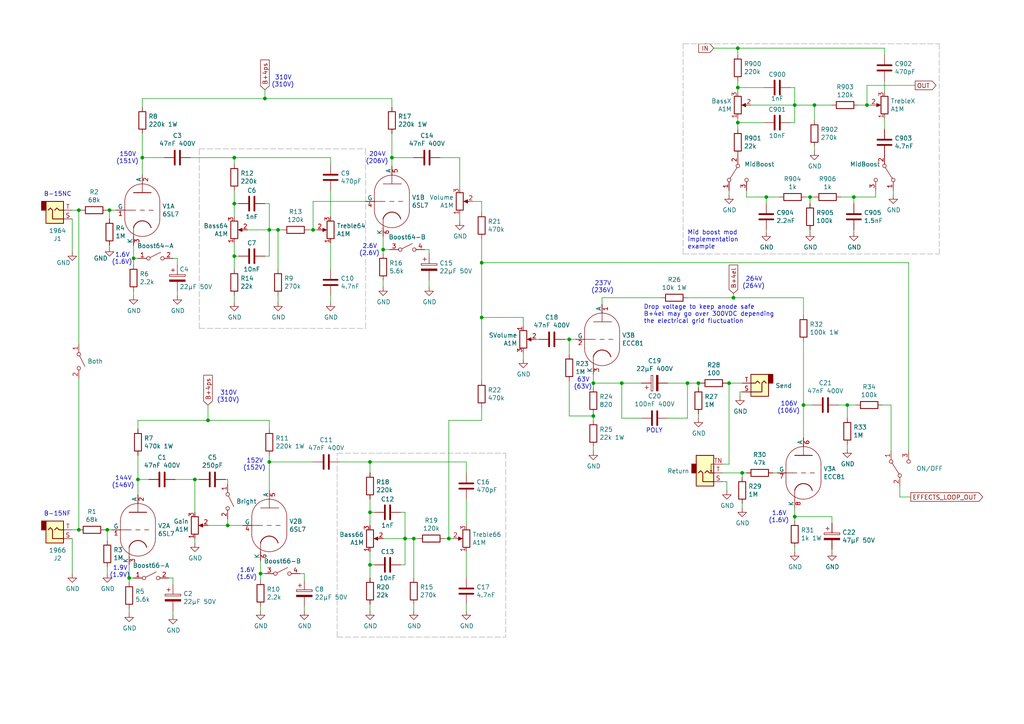
<source format=kicad_sch>
(kicad_sch (version 20211123) (generator eeschema)
  (paper "A4")
  (title_block (title "Ampeg Heritage B-15 Custom") (date "2021-10-23") (rev "2.2") (company "https://github.com/mdouchement/Ampeg-HB15") (comment 1 "All resistors are 1/2W unless otherwise specified") (comment 2 "(1964 bias setting voltages shown in parenthesis)") (comment 3 "D.C. voltage reading with no signal inserted at fixed bias 70%") (comment 4 "Ampeg Heritage B15 with custom mods"))
  (lib_symbols
    (symbol "Connector:AudioJack2"
      (property "Reference" "J" (at 0 8.89 0))
      (property "Value" "AudioJack2" (at 0 6.35 0))
      (symbol "AudioJack2_1_1"
        (pin passive line (at 5.08 2.54 180) (length 2.54) (name "~") (number "S"))
        (pin passive line (at 5.08 0 180) (length 2.54) (name "~") (number "T"))
      )
    )
    (symbol "Connector:AudioJack2_SwitchT"
      (property "Reference" "J" (at 0 8.89 0))
      (property "Value" "AudioJack2_SwitchT" (at 0 6.35 0))
      (symbol "AudioJack2_SwitchT_1_1"
        (pin passive line (at 5.08 2.54 180) (length 2.54) (name "~") (number "S"))
        (pin passive line (at 5.08 0 180) (length 2.54) (name "~") (number "T"))
        (pin passive line (at 5.08 -2.54 180) (length 2.54) (name "~") (number "TN"))
      )
    )
    (symbol "Device:C" (pin_numbers hide) (pin_names (offset 0.254))
      (property "Reference" "C" (at 0.635 2.54 0))
      (property "Value" "C" (at 0.635 -2.54 0))
      (symbol "C_1_1"
        (pin passive line (at 0 3.81 270) (length 2.794) (name "~") (number "1"))
        (pin passive line (at 0 -3.81 90) (length 2.794) (name "~") (number "2"))
      )
    )
    (symbol "Device:CP" (pin_numbers hide) (pin_names (offset 0.254))
      (property "Reference" "C" (at 0.635 2.54 0))
      (property "Value" "Device_CP" (at 0.635 -2.54 0))
      (symbol "CP_1_1"
        (pin passive line (at 0 3.81 270) (length 2.794) (name "~") (number "1"))
        (pin passive line (at 0 -3.81 90) (length 2.794) (name "~") (number "2"))
      )
    )
    (symbol "Device:R" (pin_numbers hide) (pin_names (offset 0))
      (property "Reference" "R" (at 2.032 0 90))
      (property "Value" "R" (at 0 0 90))
      (symbol "R_1_1"
        (pin passive line (at 0 3.81 270) (length 1.27) (name "~") (number "1"))
        (pin passive line (at 0 -3.81 90) (length 1.27) (name "~") (number "2"))
      )
    )
    (symbol "Device:R_POT" (pin_names (offset 1.016) hide)
      (property "Reference" "RV" (at -4.445 0 90))
      (property "Value" "Device_R_POT" (at -2.54 0 90))
      (symbol "R_POT_1_1"
        (pin passive line (at 0 3.81 270) (length 1.27) (name "1") (number "1"))
        (pin passive line (at 3.81 0 180) (length 1.27) (name "2") (number "2"))
        (pin passive line (at 0 -3.81 90) (length 1.27) (name "3") (number "3"))
      )
    )
    (symbol "Switch:SW_DPST_x2" (pin_names (offset 0) hide)
      (property "Reference" "SW" (at 0 3.175 0))
      (property "Value" "SW_DPST_x2" (at 0 -2.54 0))
      (symbol "SW_DPST_x2_1_1"
        (pin passive line (at -5.08 0 0) (length 2.54) (name "A") (number "1"))
        (pin passive line (at 5.08 0 180) (length 2.54) (name "B") (number "2"))
      )
      (symbol "SW_DPST_x2_2_1"
        (pin passive line (at -5.08 0 0) (length 2.54) (name "A") (number "3"))
        (pin passive line (at 5.08 0 180) (length 2.54) (name "B") (number "4"))
      )
    )
    (symbol "Switch:SW_SPDT" (pin_names (offset 0) hide)
      (property "Reference" "SW" (at 0 4.318 0))
      (property "Value" "SW_SPDT" (at 0 -5.08 0))
      (symbol "SW_SPDT_1_1"
        (pin passive line (at 5.08 2.54 180) (length 2.54) (name "A") (number "1"))
        (pin passive line (at -5.08 0 0) (length 2.54) (name "B") (number "2"))
        (pin passive line (at 5.08 -2.54 180) (length 2.54) (name "C") (number "3"))
      )
    )
    (symbol "Switch:SW_SPST" (pin_names (offset 0) hide)
      (property "Reference" "SW" (at 0 3.175 0))
      (property "Value" "SW_SPST" (at 0 -2.54 0))
      (symbol "SW_SPST_1_1"
        (pin passive line (at -5.08 0 0) (length 2.54) (name "A") (number "1"))
        (pin passive line (at 5.08 0 180) (length 2.54) (name "B") (number "2"))
      )
    )
    (symbol "Vacuum_Tube:6SL7" (pin_names (offset 0))
      (property "Reference" "U" (at 5.588 2.032 0))
      (property "Value" "Vacuum_Tube_6SL7" (at 6.35 -1.27 0))
      (symbol "6SL7_1_1"
        (pin input line (at -7.62 0 0) (length 2.54) (name "G") (number "1"))
        (pin output line (at 0 10.16 270) (length 2.54) (name "A") (number "2"))
        (pin bidirectional line (at -2.54 -10.16 90) (length 2.54) (name "K") (number "3"))
      )
      (symbol "6SL7_2_1"
        (pin input line (at -7.62 0 0) (length 2.54) (name "G") (number "4"))
        (pin output line (at 0 10.16 270) (length 2.54) (name "A") (number "5"))
        (pin bidirectional line (at -2.54 -10.16 90) (length 2.54) (name "K") (number "6"))
      )
      (symbol "6SL7_3_1"
        (pin power_in line (at -2.54 -5.08 90) (length 5.08) (name "F1") (number "7"))
        (pin power_in line (at 2.54 -5.08 90) (length 5.08) (name "F2") (number "8"))
      )
    )
    (symbol "Vacuum_Tube:ECC81" (pin_names (offset 0))
      (property "Reference" "U" (at 5.588 2.032 0))
      (property "Value" "Vacuum_Tube_ECC81" (at 6.35 -1.27 0))
      (symbol "ECC81_1_1"
        (pin output line (at 0 10.16 270) (length 2.54) (name "A") (number "6"))
        (pin input line (at -7.62 0 0) (length 2.54) (name "G") (number "7"))
        (pin bidirectional line (at -2.54 -10.16 90) (length 2.54) (name "K") (number "8"))
      )
      (symbol "ECC81_2_1"
        (pin output line (at 0 10.16 270) (length 2.54) (name "A") (number "1"))
        (pin input line (at -7.62 0 0) (length 2.54) (name "G") (number "2"))
        (pin bidirectional line (at -2.54 -10.16 90) (length 2.54) (name "K") (number "3"))
      )
      (symbol "ECC81_3_1"
        (pin power_in line (at -2.54 -5.08 90) (length 5.08) (name "F2") (number "4"))
        (pin power_in line (at 2.54 -5.08 90) (length 5.08) (name "FC") (number "9"))
      )
      (symbol "ECC81_4_1"
        (pin power_in line (at -2.54 -5.08 90) (length 5.08) (name "F1") (number "5"))
        (pin power_in line (at 2.54 -5.08 90) (length 5.08) (name "FC") (number "9"))
      )
    )
    (symbol "power:GND" (power) (pin_names (offset 0))
      (property "Value" "GND" (at 0 -3.81 0))
      (symbol "GND_1_1"
        (pin power_in line (at 0 0 270) (length 0) hide (name "GND") (number "1"))
      )
    )
  )
  (junction (at 120.015 156.21))
  (junction (at 113.665 45.72))
  (junction (at 66.04 152.4))
  (junction (at 165.1 98.425))
  (junction (at 245.745 117.475))
  (junction (at 67.945 74.295))
  (junction (at 80.645 66.675))
  (junction (at 199.39 111.125))
  (junction (at 31.75 60.96))
  (junction (at 67.945 59.055))
  (junction (at 139.7 76.2))
  (junction (at 37.465 167.64))
  (junction (at 230.505 149.86))
  (junction (at 22.86 60.96))
  (junction (at 76.835 28.575))
  (junction (at 213.995 13.97))
  (junction (at 40.005 139.065))
  (junction (at 117.475 156.21))
  (junction (at 251.46 30.48))
  (junction (at 130.175 156.21))
  (junction (at 230.505 30.48))
  (junction (at 107.315 133.985))
  (junction (at 213.995 35.56))
  (junction (at 211.455 111.125))
  (junction (at 212.725 86.36))
  (junction (at 75.565 166.37))
  (junction (at 213.995 25.4))
  (junction (at 22.86 153.67))
  (junction (at 38.735 74.93))
  (junction (at 107.315 163.83))
  (junction (at 90.805 66.675))
  (junction (at 247.65 57.15))
  (junction (at 222.25 57.15))
  (junction (at 172.085 120.65))
  (junction (at 172.085 111.125))
  (junction (at 56.515 139.065))
  (junction (at 202.565 111.125))
  (junction (at 67.945 45.72))
  (junction (at 139.7 92.075))
  (junction (at 41.275 45.72))
  (junction (at 78.105 66.675))
  (junction (at 111.125 72.39))
  (junction (at 233.045 117.475))
  (junction (at 78.105 133.985))
  (junction (at 180.34 111.125))
  (junction (at 234.95 57.15))
  (junction (at 215.265 137.16))
  (junction (at 60.325 121.92))
  (junction (at 236.22 30.48))
  (junction (at 107.315 148.59))
  (junction (at 31.115 153.67))
  (wire (pts (xy 230.505 160.02) (xy 230.505 158.75)))
  (wire (pts (xy 117.475 148.59) (xy 117.475 156.21)))
  (wire (pts (xy 37.465 168.91) (xy 37.465 167.64)))
  (wire (pts (xy 38.735 76.835) (xy 38.735 74.93)))
  (wire (pts (xy 233.045 117.475) (xy 233.045 127)))
  (wire (pts (xy 135.255 133.985) (xy 107.315 133.985)))
  (wire (pts (xy 41.275 45.72) (xy 41.275 50.8)))
  (wire (pts (xy 78.105 74.295) (xy 78.105 66.675)))
  (wire (pts (xy 22.86 60.96) (xy 23.495 60.96)))
  (wire (pts (xy 55.245 45.72) (xy 67.945 45.72)))
  (wire (pts (xy 50.165 177.165) (xy 50.165 178.435)))
  (wire (pts (xy 123.19 72.39) (xy 124.46 72.39)))
  (wire (pts (xy 233.045 99.06) (xy 233.045 117.475)))
  (wire (pts (xy 216.535 55.245) (xy 216.535 57.15)))
  (wire (pts (xy 95.885 85.725) (xy 95.885 87.63)))
  (wire (pts (xy 78.105 66.675) (xy 80.645 66.675)))
  (wire (pts (xy 90.805 133.985) (xy 78.105 133.985)))
  (wire (pts (xy 165.1 98.425) (xy 167.005 98.425)))
  (wire (pts (xy 139.7 76.2) (xy 139.7 92.075)))
  (wire (pts (xy 66.04 139.065) (xy 66.04 140.335)))
  (wire (pts (xy 258.445 117.475) (xy 258.445 130.81)))
  (wire (pts (xy 66.04 150.495) (xy 66.04 152.4)))
  (wire (pts (xy 233.045 86.36) (xy 233.045 91.44)))
  (wire (pts (xy 139.7 92.075) (xy 139.7 110.49)))
  (wire (pts (xy 60.325 117.475) (xy 60.325 121.92)))
  (wire (pts (xy 172.085 111.125) (xy 172.085 112.395)))
  (wire (pts (xy 89.535 66.675) (xy 90.805 66.675)))
  (wire (pts (xy 202.565 120.015) (xy 202.565 121.285)))
  (wire (pts (xy 214.63 113.665) (xy 215.265 113.665)))
  (wire (pts (xy 67.945 85.725) (xy 67.945 87.63)))
  (wire (pts (xy 95.885 55.245) (xy 95.885 62.865)))
  (polyline (pts (xy 97.79 131.445) (xy 146.685 131.445)) (stroke (width 0) (color 170 170 170 1)))
  (polyline (pts (xy 198.12 73.66) (xy 272.415 73.66)) (stroke (width 0) (color 170 170 170 1)))
  (wire (pts (xy 107.315 144.78) (xy 107.315 148.59)))
  (wire (pts (xy 221.615 25.4) (xy 213.995 25.4)))
  (wire (pts (xy 213.995 35.56) (xy 221.615 35.56)))
  (wire (pts (xy 95.885 70.485) (xy 95.885 78.105)))
  (wire (pts (xy 78.105 132.08) (xy 78.105 133.985)))
  (wire (pts (xy 60.325 152.4) (xy 66.04 152.4)))
  (wire (pts (xy 199.39 86.36) (xy 212.725 86.36)))
  (wire (pts (xy 31.75 60.96) (xy 31.75 63.5)))
  (wire (pts (xy 210.82 111.125) (xy 211.455 111.125)))
  (wire (pts (xy 31.75 71.12) (xy 31.75 71.755)))
  (wire (pts (xy 60.325 121.92) (xy 78.105 121.92)))
  (wire (pts (xy 111.125 68.58) (xy 111.125 72.39)))
  (wire (pts (xy 245.745 117.475) (xy 248.285 117.475)))
  (wire (pts (xy 165.1 120.65) (xy 165.1 110.49)))
  (wire (pts (xy 108.585 148.59) (xy 107.315 148.59)))
  (wire (pts (xy 210.82 139.7) (xy 210.82 142.24)))
  (wire (pts (xy 222.25 66.675) (xy 222.25 67.31)))
  (wire (pts (xy 213.995 23.495) (xy 213.995 25.4)))
  (wire (pts (xy 76.835 26.035) (xy 76.835 28.575)))
  (wire (pts (xy 67.945 59.055) (xy 67.945 62.865)))
  (wire (pts (xy 245.745 128.905) (xy 245.745 130.175)))
  (wire (pts (xy 67.945 45.72) (xy 67.945 47.625)))
  (wire (pts (xy 216.535 57.15) (xy 222.25 57.15)))
  (wire (pts (xy 212.725 85.09) (xy 212.725 86.36)))
  (wire (pts (xy 37.465 163.83) (xy 37.465 167.64)))
  (wire (pts (xy 67.945 55.245) (xy 67.945 59.055)))
  (wire (pts (xy 135.255 144.78) (xy 135.255 152.4)))
  (wire (pts (xy 113.665 45.72) (xy 113.665 48.26)))
  (wire (pts (xy 98.425 133.985) (xy 107.315 133.985)))
  (wire (pts (xy 31.115 164.465) (xy 31.115 166.37)))
  (wire (pts (xy 130.175 156.21) (xy 131.445 156.21)))
  (polyline (pts (xy 198.12 73.66) (xy 198.12 12.7)) (stroke (width 0) (color 170 170 170 1)))
  (wire (pts (xy 241.3 149.86) (xy 241.3 151.765)))
  (wire (pts (xy 65.405 139.065) (xy 66.04 139.065)))
  (wire (pts (xy 66.04 152.4) (xy 70.485 152.4)))
  (wire (pts (xy 256.54 23.495) (xy 256.54 26.67)))
  (wire (pts (xy 80.645 66.675) (xy 80.645 78.105)))
  (wire (pts (xy 78.105 59.055) (xy 78.105 66.675)))
  (wire (pts (xy 75.565 166.37) (xy 75.565 168.275)))
  (wire (pts (xy 56.515 139.065) (xy 56.515 148.59)))
  (wire (pts (xy 69.215 59.055) (xy 67.945 59.055)))
  (wire (pts (xy 90.805 66.675) (xy 92.075 66.675)))
  (wire (pts (xy 37.465 177.8) (xy 37.465 176.53)))
  (polyline (pts (xy 272.415 12.7) (xy 272.415 73.66)) (stroke (width 0) (color 170 170 170 1)))
  (wire (pts (xy 230.505 149.86) (xy 230.505 147.32)))
  (wire (pts (xy 117.475 156.21) (xy 111.125 156.21)))
  (wire (pts (xy 165.1 102.87) (xy 165.1 98.425)))
  (wire (pts (xy 78.105 133.985) (xy 78.105 142.24)))
  (wire (pts (xy 22.86 60.96) (xy 22.86 99.695)))
  (wire (pts (xy 67.945 70.485) (xy 67.945 74.295)))
  (wire (pts (xy 233.045 86.36) (xy 212.725 86.36)))
  (wire (pts (xy 90.805 58.42) (xy 90.805 66.675)))
  (wire (pts (xy 20.955 153.67) (xy 22.86 153.67)))
  (wire (pts (xy 215.265 137.16) (xy 216.535 137.16)))
  (wire (pts (xy 135.255 160.02) (xy 135.255 167.64)))
  (wire (pts (xy 139.7 69.215) (xy 139.7 76.2)))
  (wire (pts (xy 199.39 111.125) (xy 202.565 111.125)))
  (wire (pts (xy 215.265 137.16) (xy 215.265 138.43)))
  (wire (pts (xy 213.995 34.29) (xy 213.995 35.56)))
  (wire (pts (xy 193.675 121.285) (xy 199.39 121.285)))
  (wire (pts (xy 80.645 66.675) (xy 81.915 66.675)))
  (wire (pts (xy 78.105 124.46) (xy 78.105 121.92)))
  (wire (pts (xy 213.995 13.97) (xy 213.995 15.875)))
  (wire (pts (xy 199.39 121.285) (xy 199.39 111.125)))
  (wire (pts (xy 245.745 121.285) (xy 245.745 117.475)))
  (polyline (pts (xy 146.685 131.445) (xy 146.685 184.785)) (stroke (width 0) (color 170 170 170 1)))
  (wire (pts (xy 155.575 98.425) (xy 156.21 98.425)))
  (wire (pts (xy 233.68 57.15) (xy 234.95 57.15)))
  (wire (pts (xy 202.565 111.125) (xy 202.565 112.395)))
  (wire (pts (xy 211.455 56.515) (xy 211.455 55.245)))
  (polyline (pts (xy 97.79 184.785) (xy 97.79 131.445)) (stroke (width 0) (color 170 170 170 1)))
  (wire (pts (xy 151.765 104.14) (xy 151.765 102.235)))
  (wire (pts (xy 172.085 108.585) (xy 172.085 111.125)))
  (wire (pts (xy 213.995 35.56) (xy 213.995 37.465)))
  (wire (pts (xy 40.005 139.065) (xy 40.005 143.51)))
  (wire (pts (xy 203.2 111.125) (xy 202.565 111.125)))
  (wire (pts (xy 31.115 153.67) (xy 32.385 153.67)))
  (wire (pts (xy 260.985 140.97) (xy 260.985 144.145)))
  (wire (pts (xy 86.995 166.37) (xy 88.265 166.37)))
  (wire (pts (xy 111.125 72.39) (xy 113.03 72.39)))
  (wire (pts (xy 139.7 121.92) (xy 130.175 121.92)))
  (wire (pts (xy 75.565 177.165) (xy 75.565 175.895)))
  (wire (pts (xy 243.84 57.15) (xy 247.65 57.15)))
  (wire (pts (xy 234.95 57.15) (xy 234.95 59.055)))
  (wire (pts (xy 127.635 45.72) (xy 133.35 45.72)))
  (polyline (pts (xy 57.785 95.25) (xy 106.045 95.25)) (stroke (width 0) (color 170 170 170 1)))
  (wire (pts (xy 211.455 134.62) (xy 209.55 134.62)))
  (wire (pts (xy 230.505 30.48) (xy 236.22 30.48)))
  (wire (pts (xy 48.895 167.64) (xy 50.165 167.64)))
  (wire (pts (xy 111.125 72.39) (xy 111.125 73.66)))
  (wire (pts (xy 222.25 57.15) (xy 226.06 57.15)))
  (wire (pts (xy 207.01 13.97) (xy 213.995 13.97)))
  (wire (pts (xy 256.54 34.29) (xy 256.54 37.465)))
  (wire (pts (xy 107.315 160.02) (xy 107.315 163.83)))
  (wire (pts (xy 56.515 139.065) (xy 57.785 139.065)))
  (wire (pts (xy 107.315 175.26) (xy 107.315 177.165)))
  (wire (pts (xy 50.165 74.93) (xy 51.435 74.93)))
  (wire (pts (xy 251.46 24.765) (xy 251.46 30.48)))
  (polyline (pts (xy 97.79 184.785) (xy 146.685 184.785)) (stroke (width 0) (color 170 170 170 1)))
  (wire (pts (xy 76.835 59.055) (xy 78.105 59.055)))
  (wire (pts (xy 180.34 121.285) (xy 180.34 111.125)))
  (wire (pts (xy 47.625 45.72) (xy 41.275 45.72)))
  (wire (pts (xy 38.735 167.64) (xy 37.465 167.64)))
  (wire (pts (xy 230.505 35.56) (xy 230.505 30.48)))
  (wire (pts (xy 230.505 151.13) (xy 230.505 149.86)))
  (wire (pts (xy 255.905 117.475) (xy 258.445 117.475)))
  (wire (pts (xy 51.435 74.93) (xy 51.435 76.835)))
  (wire (pts (xy 67.945 74.295) (xy 69.215 74.295)))
  (wire (pts (xy 251.46 30.48) (xy 252.73 30.48)))
  (wire (pts (xy 88.265 175.895) (xy 88.265 177.165)))
  (wire (pts (xy 117.475 163.83) (xy 117.475 156.21)))
  (wire (pts (xy 95.885 47.625) (xy 95.885 45.72)))
  (wire (pts (xy 95.885 45.72) (xy 67.945 45.72)))
  (wire (pts (xy 260.985 144.145) (xy 264.16 144.145)))
  (wire (pts (xy 193.675 111.125) (xy 199.39 111.125)))
  (wire (pts (xy 186.055 121.285) (xy 180.34 121.285)))
  (wire (pts (xy 180.34 111.125) (xy 172.085 111.125)))
  (wire (pts (xy 51.435 84.455) (xy 51.435 85.725)))
  (wire (pts (xy 172.085 120.015) (xy 172.085 120.65)))
  (wire (pts (xy 56.515 156.21) (xy 56.515 157.48)))
  (wire (pts (xy 31.115 156.845) (xy 31.115 153.67)))
  (wire (pts (xy 174.625 86.36) (xy 174.625 88.265)))
  (wire (pts (xy 259.08 55.245) (xy 259.08 56.515)))
  (wire (pts (xy 107.315 163.83) (xy 107.315 167.64)))
  (wire (pts (xy 117.475 156.21) (xy 120.015 156.21)))
  (wire (pts (xy 229.235 25.4) (xy 230.505 25.4)))
  (wire (pts (xy 139.7 92.075) (xy 151.765 92.075)))
  (wire (pts (xy 235.585 117.475) (xy 233.045 117.475)))
  (wire (pts (xy 50.8 139.065) (xy 56.515 139.065)))
  (wire (pts (xy 236.22 42.545) (xy 236.22 43.815)))
  (wire (pts (xy 211.455 111.125) (xy 211.455 134.62)))
  (wire (pts (xy 116.205 163.83) (xy 117.475 163.83)))
  (wire (pts (xy 245.745 117.475) (xy 243.205 117.475)))
  (wire (pts (xy 50.165 167.64) (xy 50.165 169.545)))
  (wire (pts (xy 38.735 85.725) (xy 38.735 84.455)))
  (wire (pts (xy 40.005 121.92) (xy 60.325 121.92)))
  (wire (pts (xy 229.235 35.56) (xy 230.505 35.56)))
  (wire (pts (xy 135.255 137.16) (xy 135.255 133.985)))
  (wire (pts (xy 213.995 13.97) (xy 256.54 13.97)))
  (wire (pts (xy 247.65 57.15) (xy 254 57.15)))
  (wire (pts (xy 78.105 66.675) (xy 71.755 66.675)))
  (wire (pts (xy 20.955 63.5) (xy 20.955 73.025)))
  (wire (pts (xy 263.525 76.2) (xy 139.7 76.2)))
  (wire (pts (xy 211.455 111.125) (xy 215.265 111.125)))
  (wire (pts (xy 191.77 86.36) (xy 174.625 86.36)))
  (wire (pts (xy 43.18 139.065) (xy 40.005 139.065)))
  (wire (pts (xy 107.315 148.59) (xy 107.315 152.4)))
  (wire (pts (xy 230.505 149.86) (xy 241.3 149.86)))
  (wire (pts (xy 234.95 66.675) (xy 234.95 67.31)))
  (wire (pts (xy 241.3 159.385) (xy 241.3 160.02)))
  (wire (pts (xy 214.63 114.935) (xy 214.63 113.665)))
  (wire (pts (xy 209.55 137.16) (xy 215.265 137.16)))
  (wire (pts (xy 263.525 130.81) (xy 263.525 76.2)))
  (polyline (pts (xy 57.785 43.18) (xy 106.045 43.18)) (stroke (width 0) (color 170 170 170 1)))
  (wire (pts (xy 75.565 162.56) (xy 75.565 166.37)))
  (wire (pts (xy 113.665 38.735) (xy 113.665 45.72)))
  (wire (pts (xy 186.055 111.125) (xy 180.34 111.125)))
  (wire (pts (xy 133.35 45.72) (xy 133.35 54.61)))
  (wire (pts (xy 172.085 129.54) (xy 172.085 130.81)))
  (wire (pts (xy 20.955 156.21) (xy 20.955 166.37)))
  (wire (pts (xy 124.46 81.28) (xy 124.46 83.185)))
  (wire (pts (xy 120.015 156.21) (xy 120.015 167.64)))
  (wire (pts (xy 120.015 45.72) (xy 113.665 45.72)))
  (wire (pts (xy 151.765 94.615) (xy 151.765 92.075)))
  (polyline (pts (xy 57.785 95.25) (xy 57.785 43.18)) (stroke (width 0) (color 170 170 170 1)))
  (wire (pts (xy 41.275 28.575) (xy 76.835 28.575)))
  (wire (pts (xy 247.65 57.15) (xy 247.65 59.055)))
  (wire (pts (xy 120.015 156.21) (xy 121.285 156.21)))
  (wire (pts (xy 88.265 166.37) (xy 88.265 168.275)))
  (wire (pts (xy 213.995 25.4) (xy 213.995 26.67)))
  (wire (pts (xy 163.83 98.425) (xy 165.1 98.425)))
  (wire (pts (xy 251.46 24.765) (xy 265.43 24.765)))
  (wire (pts (xy 41.275 31.115) (xy 41.275 28.575)))
  (wire (pts (xy 139.7 118.11) (xy 139.7 121.92)))
  (wire (pts (xy 40.005 132.08) (xy 40.005 139.065)))
  (wire (pts (xy 256.54 15.875) (xy 256.54 13.97)))
  (wire (pts (xy 31.115 60.96) (xy 31.75 60.96)))
  (wire (pts (xy 106.045 58.42) (xy 90.805 58.42)))
  (wire (pts (xy 217.805 30.48) (xy 230.505 30.48)))
  (wire (pts (xy 172.085 120.65) (xy 172.085 121.92)))
  (wire (pts (xy 80.645 85.725) (xy 80.645 87.63)))
  (wire (pts (xy 230.505 25.4) (xy 230.505 30.48)))
  (wire (pts (xy 254 57.15) (xy 254 55.245)))
  (wire (pts (xy 215.265 146.05) (xy 215.265 147.32)))
  (wire (pts (xy 76.835 166.37) (xy 75.565 166.37)))
  (wire (pts (xy 41.275 38.735) (xy 41.275 45.72)))
  (wire (pts (xy 236.22 30.48) (xy 241.3 30.48)))
  (wire (pts (xy 120.015 175.26) (xy 120.015 177.165)))
  (wire (pts (xy 38.735 71.12) (xy 38.735 74.93)))
  (polyline (pts (xy 106.045 43.18) (xy 106.045 95.25)) (stroke (width 0) (color 170 170 170 1)))
  (wire (pts (xy 247.65 66.675) (xy 247.65 67.31)))
  (wire (pts (xy 128.905 156.21) (xy 130.175 156.21)))
  (wire (pts (xy 40.005 124.46) (xy 40.005 121.92)))
  (wire (pts (xy 139.7 58.42) (xy 137.16 58.42)))
  (wire (pts (xy 30.48 153.67) (xy 31.115 153.67)))
  (wire (pts (xy 222.25 57.15) (xy 222.25 59.055)))
  (wire (pts (xy 172.085 120.65) (xy 165.1 120.65)))
  (wire (pts (xy 76.835 28.575) (xy 113.665 28.575)))
  (wire (pts (xy 234.95 57.15) (xy 236.22 57.15)))
  (wire (pts (xy 22.86 109.855) (xy 22.86 153.67)))
  (wire (pts (xy 130.175 121.92) (xy 130.175 156.21)))
  (wire (pts (xy 111.125 83.185) (xy 111.125 81.28)))
  (wire (pts (xy 135.255 175.26) (xy 135.255 177.165)))
  (wire (pts (xy 67.945 74.295) (xy 67.945 78.105)))
  (wire (pts (xy 76.835 74.295) (xy 78.105 74.295)))
  (wire (pts (xy 33.655 60.96) (xy 31.75 60.96)))
  (wire (pts (xy 124.46 72.39) (xy 124.46 73.66)))
  (wire (pts (xy 236.22 30.48) (xy 236.22 34.925)))
  (wire (pts (xy 248.92 30.48) (xy 251.46 30.48)))
  (wire (pts (xy 139.7 61.595) (xy 139.7 58.42)))
  (polyline (pts (xy 198.12 12.7) (xy 272.415 12.7)) (stroke (width 0) (color 170 170 170 1)))
  (wire (pts (xy 38.735 74.93) (xy 40.005 74.93)))
  (wire (pts (xy 209.55 139.7) (xy 210.82 139.7)))
  (wire (pts (xy 107.315 133.985) (xy 107.315 137.16)))
  (wire (pts (xy 113.665 28.575) (xy 113.665 31.115)))
  (wire (pts (xy 20.955 60.96) (xy 22.86 60.96)))
  (wire (pts (xy 133.35 62.23) (xy 133.35 64.135)))
  (wire (pts (xy 116.205 148.59) (xy 117.475 148.59)))
  (wire (pts (xy 107.315 163.83) (xy 108.585 163.83)))
  (wire (pts (xy 224.155 137.16) (xy 225.425 137.16)))
  (text " 144V\n(146V)" (at 32.385 141.605 0) (effects (font (size 1.27 1.27)) (justify left bottom)))
  (text " 106V\n(106V)" (at 225.425 120.015 0) (effects (font (size 1.27 1.27)) (justify left bottom)))
  (text " 237V\n(236V)" (at 171.45 85.09 0) (effects (font (size 1.27 1.27)) (justify left bottom)))
  (text " 63V\n(63V)" (at 166.37 113.03 0) (effects (font (size 1.27 1.27)) (justify left bottom)))
  (text "Drop voltage to keep anode safe\nB+4el may go over 300VDC depending\nthe electrical grid fluctuation" (at 186.69 93.98 0) (effects (font (size 1.27 1.27)) (justify left bottom)))
  (text " 204V\n(206V)" (at 106.045 47.625 0) (effects (font (size 1.27 1.27)) (justify left bottom)))
  (text "B-15NF" (at 12.7 149.86 0) (effects (font (size 1.27 1.27)) (justify left bottom)))
  (text " 310V\n(310V)" (at 78.74 25.4 0) (effects (font (size 1.27 1.27)) (justify left bottom)))
  (text " 264V\n(264V)" (at 215.265 83.82 0) (effects (font (size 1.27 1.27)) (justify left bottom)))
  (text " 1.6V\n(1.6V)" (at 68.58 168.275 0) (effects (font (size 1.27 1.27)) (justify left bottom)))
  (text " 1.6V\n(1.6V)" (at 222.885 151.765 0) (effects (font (size 1.27 1.27)) (justify left bottom)))
  (text " 152V\n(152V)" (at 70.485 136.525 0) (effects (font (size 1.27 1.27)) (justify left bottom)))
  (text " 1.6V\n(1.6V)" (at 32.385 76.835 0) (effects (font (size 1.27 1.27)) (justify left bottom)))
  (text " 2.6V\n(2.6V)" (at 104.14 74.295 0) (effects (font (size 1.27 1.27)) (justify left bottom)))
  (text "POLY" (at 187.325 125.73 0) (effects (font (size 1.27 1.27)) (justify left bottom)))
  (text " 310V\n(310V)" (at 62.865 116.84 0) (effects (font (size 1.27 1.27)) (justify left bottom)))
  (text " 1.9V\n(1.9V)" (at 31.75 167.64 0) (effects (font (size 1.27 1.27)) (justify left bottom)))
  (text "Mid boost mod\nimplementation\nexample" (at 199.39 72.39 0) (effects (font (size 1.27 1.27)) (justify left bottom)))
  (text " 150V\n(151V)" (at 33.655 47.625 0) (effects (font (size 1.27 1.27)) (justify left bottom)))
  (text "B-15NC" (at 12.7 57.15 0) (effects (font (size 1.27 1.27)) (justify left bottom)))
  (global_label "IN" (shape input) (at 207.01 13.97 180) (property "Intersheet References" "${INTERSHEET_REFS}" (effects hide)))
  (global_label "OUT" (shape output) (at 265.43 24.765 0) (property "Intersheet References" "${INTERSHEET_REFS}" (effects hide)))
  (global_label "EFFECTS_LOOP_OUT" (shape output) (at 264.16 144.145 0) (property "Intersheet References" "${INTERSHEET_REFS}" (effects hide)))
  (global_label "B+4ps" (shape input) (at 76.835 26.035 90) (property "Intersheet References" "${INTERSHEET_REFS}" (effects hide)))
  (global_label "B+4ps" (shape input) (at 60.325 117.475 90) (property "Intersheet References" "${INTERSHEET_REFS}" (effects hide)))
  (global_label "B+4el" (shape input) (at 212.725 85.09 90) (property "Intersheet References" "${INTERSHEET_REFS}" (effects hide)))
  (symbol (lib_id "Connector:AudioJack2") (at 15.875 60.96 0) (mirror x) (unit 1)
    (property "Reference" "J1" (at 16.6878 69.215 0))
    (property "Value" "1964" (at 16.6878 66.9036 0))
    (property "Footprint" "Connector_Audio:Jack_6.35mm_Neutrik_NMJ4HCD2_Horizontal" (effects hide))
    (property "Links" "https://www.tube-town.net/ttstore/cliff-6-3-mono-switched-jack.html" (effects hide))
  )
  (symbol (lib_id "power:GND") (at 20.955 73.025 0) (unit 1)
    (property "Reference" "#PWR01" (effects hide))
    (property "Value" "GND" (at 18.415 76.2 0))
  )
  (symbol (lib_id "Device:R") (at 41.275 34.925 180) (unit 1)
    (property "Reference" "R8" (at 43.053 33.7566 0) (effects (justify right)))
    (property "Value" "220k 1W" (at 43.053 36.068 0) (effects (justify right)))
  )
  (symbol (lib_id "Device:C") (at 51.435 45.72 270) (unit 1)
    (property "Reference" "C3" (at 51.435 39.3192 90))
    (property "Value" "47nF 400V" (at 51.435 41.6306 90))
  )
  (symbol (lib_id "Device:R") (at 38.735 80.645 180) (unit 1)
    (property "Reference" "R6" (at 40.513 79.4766 0) (effects (justify right)))
    (property "Value" "2.2k" (at 40.513 81.788 0) (effects (justify right)))
  )
  (symbol (lib_id "power:GND") (at 38.735 85.725 0) (unit 1)
    (property "Reference" "#PWR06" (effects hide))
    (property "Value" "GND" (at 38.862 90.1192 0))
  )
  (symbol (lib_id "Vacuum_Tube:6SL7") (at 41.275 60.96 0) (unit 1)
    (property "Reference" "V1" (at 47.0662 59.7916 0) (effects (justify left)))
    (property "Value" "6SL7" (at 47.0662 62.103 0) (effects (justify left)))
    (property "Footprint" "Valve:Valve_Octal" (effects hide))
    (property "Datasheet" "https://www.jj-electronic.com/en/6sl7" (effects hide))
  )
  (symbol (lib_id "Vacuum_Tube:6SL7") (at 113.665 58.42 0) (unit 2)
    (property "Reference" "V1" (at 119.4562 57.2516 0) (effects (justify left)))
    (property "Value" "6SL7" (at 119.4562 59.563 0) (effects (justify left)))
    (property "Footprint" "Valve:Valve_Octal" (effects hide))
    (property "Datasheet" "https://www.jj-electronic.com/en/6sl7" (effects hide))
  )
  (symbol (lib_id "Vacuum_Tube:6SL7") (at 40.005 153.67 0) (unit 1)
    (property "Reference" "V2" (at 45.7962 152.5016 0) (effects (justify left)))
    (property "Value" "6SL7" (at 45.7962 154.813 0) (effects (justify left)))
    (property "Footprint" "Valve:Valve_Octal" (effects hide))
    (property "Datasheet" "https://www.jj-electronic.com/en/6sl7" (effects hide))
  )
  (symbol (lib_id "Vacuum_Tube:6SL7") (at 78.105 152.4 0) (unit 2)
    (property "Reference" "V2" (at 83.8962 151.2316 0) (effects (justify left)))
    (property "Value" "6SL7" (at 83.8962 153.543 0) (effects (justify left)))
    (property "Footprint" "Valve:Valve_Octal" (effects hide))
    (property "Datasheet" "https://www.jj-electronic.com/en/6sl7" (effects hide))
  )
  (symbol (lib_id "Device:R") (at 27.305 60.96 270) (unit 1)
    (property "Reference" "R2" (at 27.305 55.7022 90))
    (property "Value" "68k" (at 27.305 58.0136 90))
  )
  (symbol (lib_id "Device:R") (at 31.75 67.31 180) (unit 1)
    (property "Reference" "R4" (at 33.528 66.1416 0) (effects (justify right)))
    (property "Value" "1M" (at 33.528 68.453 0) (effects (justify right)))
  )
  (symbol (lib_id "power:GND") (at 31.75 71.755 0) (unit 1)
    (property "Reference" "#PWR04" (effects hide))
    (property "Value" "GND" (at 29.21 74.93 0))
  )
  (symbol (lib_id "Device:R") (at 111.125 77.47 180) (unit 1)
    (property "Reference" "R16" (at 112.903 76.3016 0) (effects (justify right)))
    (property "Value" "5.6k" (at 112.903 78.613 0) (effects (justify right)))
  )
  (symbol (lib_id "power:GND") (at 111.125 83.185 0) (unit 1)
    (property "Reference" "#PWR015" (effects hide))
    (property "Value" "GND" (at 111.252 87.5792 0))
  )
  (symbol (lib_id "Device:R") (at 113.665 34.925 180) (unit 1)
    (property "Reference" "R17" (at 115.443 33.7566 0) (effects (justify right)))
    (property "Value" "220k 1W" (at 115.443 36.068 0) (effects (justify right)))
  )
  (symbol (lib_id "Device:C") (at 123.825 45.72 270) (unit 1)
    (property "Reference" "C14" (at 123.825 39.3192 90))
    (property "Value" "47nF 400V" (at 123.825 41.6306 90))
  )
  (symbol (lib_id "Device:R_POT") (at 133.35 58.42 0) (mirror x) (unit 1)
    (property "Reference" "Volume" (at 131.5974 57.2516 0) (effects (justify right)))
    (property "Value" "A1M" (at 131.5974 59.563 0) (effects (justify right)))
  )
  (symbol (lib_id "power:GND") (at 133.35 64.135 0) (unit 1)
    (property "Reference" "#PWR018" (effects hide))
    (property "Value" "GND" (at 133.477 68.5292 0))
  )
  (symbol (lib_id "Switch:SW_SPST") (at 66.04 145.415 270) (unit 1)
    (property "Reference" "Bright" (at 68.5292 145.415 90) (effects (justify left)))
    (property "Value" "SW_SPST" (effects hide))
  )
  (symbol (lib_id "Connector:AudioJack2") (at 15.875 153.67 0) (mirror x) (unit 1)
    (property "Reference" "J2" (at 16.6878 161.925 0))
    (property "Value" "1966" (at 16.6878 159.6136 0))
    (property "Footprint" "Connector_Audio:Jack_6.35mm_Neutrik_NMJ4HCD2_Horizontal" (effects hide))
    (property "Links" "https://www.tube-town.net/ttstore/cliff-6-3-mono-switched-jack.html" (effects hide))
  )
  (symbol (lib_id "power:GND") (at 20.955 166.37 0) (unit 1)
    (property "Reference" "#PWR02" (effects hide))
    (property "Value" "GND" (at 21.082 170.7642 0))
  )
  (symbol (lib_id "Device:R") (at 26.67 153.67 270) (unit 1)
    (property "Reference" "R1" (at 26.67 148.4122 90))
    (property "Value" "68k" (at 26.67 150.7236 90))
  )
  (symbol (lib_id "Device:R") (at 31.115 160.655 180) (unit 1)
    (property "Reference" "R3" (at 32.893 159.4866 0) (effects (justify right)))
    (property "Value" "1M" (at 32.893 161.798 0) (effects (justify right)))
  )
  (symbol (lib_id "power:GND") (at 31.115 166.37 0) (unit 1)
    (property "Reference" "#PWR03" (effects hide))
    (property "Value" "GND" (at 31.242 170.7642 0))
  )
  (symbol (lib_id "Device:R") (at 40.005 128.27 180) (unit 1)
    (property "Reference" "R7" (at 41.783 127.1016 0) (effects (justify right)))
    (property "Value" "470k 1W" (at 41.783 129.413 0) (effects (justify right)))
  )
  (symbol (lib_id "Device:R") (at 37.465 172.72 180) (unit 1)
    (property "Reference" "R5" (at 39.243 171.5516 0) (effects (justify right)))
    (property "Value" "5.6k" (at 39.243 173.863 0) (effects (justify right)))
  )
  (symbol (lib_id "power:GND") (at 37.465 177.8 0) (unit 1)
    (property "Reference" "#PWR05" (effects hide))
    (property "Value" "GND" (at 37.592 182.1942 0))
  )
  (symbol (lib_id "Device:C") (at 46.99 139.065 270) (unit 1)
    (property "Reference" "C1" (at 46.99 132.6642 90))
    (property "Value" "47nF 400V" (at 46.99 134.9756 90))
  )
  (symbol (lib_id "Device:R_POT") (at 56.515 152.4 0) (mirror x) (unit 1)
    (property "Reference" "Gain" (at 54.737 151.2316 0) (effects (justify right)))
    (property "Value" "A1M" (at 54.737 153.543 0) (effects (justify right)))
  )
  (symbol (lib_id "power:GND") (at 56.515 157.48 0) (unit 1)
    (property "Reference" "#PWR09" (effects hide))
    (property "Value" "GND" (at 56.642 161.8742 0))
  )
  (symbol (lib_id "Device:R") (at 75.565 172.085 180) (unit 1)
    (property "Reference" "R10" (at 77.343 170.9166 0) (effects (justify right)))
    (property "Value" "2.2k" (at 77.343 173.228 0) (effects (justify right)))
  )
  (symbol (lib_id "power:GND") (at 75.565 177.165 0) (unit 1)
    (property "Reference" "#PWR011" (effects hide))
    (property "Value" "GND" (at 75.692 181.5592 0))
  )
  (symbol (lib_id "Device:R") (at 78.105 128.27 180) (unit 1)
    (property "Reference" "R11" (at 79.883 127.1016 0) (effects (justify right)))
    (property "Value" "220k 1W" (at 79.883 129.413 0) (effects (justify right)))
  )
  (symbol (lib_id "Device:C") (at 94.615 133.985 270) (unit 1)
    (property "Reference" "C11" (at 94.615 127.5842 90))
    (property "Value" "47nF 400V" (at 94.615 129.8956 90))
  )
  (symbol (lib_id "Device:C") (at 61.595 139.065 270) (unit 1)
    (property "Reference" "C5" (at 61.595 132.6642 90))
    (property "Value" "250pF" (at 61.595 134.9756 90))
  )
  (symbol (lib_id "Device:C") (at 160.02 98.425 270) (unit 1)
    (property "Reference" "C18" (at 160.02 92.0242 90))
    (property "Value" "47nF 400V" (at 160.02 94.3356 90))
  )
  (symbol (lib_id "Device:R") (at 165.1 106.68 180) (unit 1)
    (property "Reference" "R23" (at 166.878 105.5116 0) (effects (justify right)))
    (property "Value" "1M" (at 166.878 107.823 0) (effects (justify right)))
  )
  (symbol (lib_id "Device:R") (at 172.085 116.205 180) (unit 1)
    (property "Reference" "R24" (at 173.863 115.0366 0) (effects (justify right)))
    (property "Value" "820" (at 173.863 117.348 0) (effects (justify right)))
  )
  (symbol (lib_id "Device:R") (at 172.085 125.73 180) (unit 1)
    (property "Reference" "R25" (at 173.863 124.5616 0) (effects (justify right)))
    (property "Value" "22k 1W" (at 173.863 126.873 0) (effects (justify right)))
  )
  (symbol (lib_id "power:GND") (at 172.085 130.81 0) (unit 1)
    (property "Reference" "#PWR020" (effects hide))
    (property "Value" "GND" (at 172.212 135.2042 0))
  )
  (symbol (lib_id "Vacuum_Tube:ECC81") (at 174.625 98.425 0) (unit 2)
    (property "Reference" "V3" (at 180.4162 97.2566 0) (effects (justify left)))
    (property "Value" "ECC81" (at 180.4162 99.568 0) (effects (justify left)))
    (property "Footprint" "Valve:Valve_Noval_P" (effects hide))
    (property "Datasheet" "https://www.jj-electronic.com/en/ecc81-12at7" (effects hide))
  )
  (symbol (lib_id "Vacuum_Tube:ECC81") (at 233.045 137.16 0) (unit 1)
    (property "Reference" "V3" (at 238.8362 135.9916 0) (effects (justify left)))
    (property "Value" "ECC81" (at 238.8362 138.303 0) (effects (justify left)))
    (property "Footprint" "Valve:Valve_Noval_P" (effects hide))
    (property "Datasheet" "https://www.jj-electronic.com/en/ecc81-12at7" (effects hide))
  )
  (symbol (lib_id "Connector:AudioJack2") (at 220.345 111.125 180) (unit 1)
    (property "Reference" "Send" (at 224.917 111.8616 0) (effects (justify right)))
    (property "Value" "AudioJack2" (effects hide))
  )
  (symbol (lib_id "power:GND") (at 214.63 114.935 0) (unit 1)
    (property "Reference" "#PWR023" (effects hide))
    (property "Value" "GND" (at 214.757 119.3292 0))
  )
  (symbol (lib_id "Connector:AudioJack2_SwitchT") (at 204.47 137.16 0) (mirror x) (unit 1)
    (property "Reference" "Return" (at 199.9234 136.6266 0) (effects (justify right)))
    (property "Value" "AudioJack2_SwitchT" (effects hide))
  )
  (symbol (lib_id "power:GND") (at 210.82 142.24 0) (unit 1)
    (property "Reference" "#PWR022" (effects hide))
    (property "Value" "GND" (at 210.947 146.6342 0))
  )
  (symbol (lib_id "Device:R") (at 220.345 137.16 270) (unit 1)
    (property "Reference" "R30" (at 220.345 131.9022 90))
    (property "Value" "47k" (at 220.345 134.2136 90))
  )
  (symbol (lib_id "Switch:SW_DPST_x2") (at 45.085 74.93 0) (unit 1)
    (property "Reference" "Boost64-" (at 45.085 71.2978 0))
    (property "Value" "SW_DPST_x2" (effects hide))
  )
  (symbol (lib_id "power:GND") (at 215.265 147.32 0) (unit 1)
    (property "Reference" "#PWR024" (effects hide))
    (property "Value" "GND" (at 215.392 151.7142 0))
  )
  (symbol (lib_id "Device:R") (at 215.265 142.24 180) (unit 1)
    (property "Reference" "R29" (at 217.043 141.0716 0) (effects (justify right)))
    (property "Value" "1M" (at 217.043 143.383 0) (effects (justify right)))
  )
  (symbol (lib_id "Device:CP") (at 51.435 80.645 0) (unit 1)
    (property "Reference" "C4" (at 52.07 78.105 0) (effects (justify left)))
    (property "Value" "22µF 50V" (at 52.07 83.185 0) (effects (justify left)))
  )
  (symbol (lib_id "power:GND") (at 51.435 85.725 0) (unit 1)
    (property "Reference" "#PWR08" (effects hide))
    (property "Value" "GND" (at 51.562 90.1192 0))
  )
  (symbol (lib_id "power:GND") (at 230.505 160.02 0) (unit 1)
    (property "Reference" "#PWR025" (effects hide))
    (property "Value" "GND" (at 230.632 164.4142 0))
  )
  (symbol (lib_id "Device:R") (at 230.505 154.94 180) (unit 1)
    (property "Reference" "R31" (at 232.283 153.7716 0) (effects (justify right)))
    (property "Value" "1k 1W" (at 232.283 156.083 0) (effects (justify right)))
  )
  (symbol (lib_id "Device:CP") (at 241.3 155.575 0) (unit 1)
    (property "Reference" "C22" (at 244.2972 154.4066 0) (effects (justify left)))
    (property "Value" "47µF 50V" (at 244.2972 156.718 0) (effects (justify left)))
  )
  (symbol (lib_id "power:GND") (at 241.3 160.02 0) (unit 1)
    (property "Reference" "#PWR026" (effects hide))
    (property "Value" "GND" (at 241.427 164.4142 0))
  )
  (symbol (lib_id "Switch:SW_DPST_x2") (at 118.11 72.39 0) (unit 2)
    (property "Reference" "Boost64-" (at 118.11 68.7578 0))
    (property "Value" "SW_DPST_x2" (effects hide))
  )
  (symbol (lib_id "Device:CP") (at 124.46 77.47 0) (unit 1)
    (property "Reference" "C15" (at 127.4572 76.3016 0) (effects (justify left)))
    (property "Value" "22µF 50V" (at 127.4572 78.613 0) (effects (justify left)))
  )
  (symbol (lib_id "power:GND") (at 124.46 83.185 0) (unit 1)
    (property "Reference" "#PWR016" (effects hide))
    (property "Value" "GND" (at 124.587 87.5792 0))
  )
  (symbol (lib_id "Device:R") (at 233.045 95.25 180) (unit 1)
    (property "Reference" "R32" (at 234.823 94.0816 0) (effects (justify right)))
    (property "Value" "100k 1W" (at 234.823 96.393 0) (effects (justify right)))
  )
  (symbol (lib_id "Device:C") (at 239.395 117.475 270) (unit 1)
    (property "Reference" "C21" (at 239.395 111.0742 90))
    (property "Value" "47nF 400V" (at 239.395 113.3856 90))
  )
  (symbol (lib_id "Switch:SW_DPST_x2") (at 43.815 167.64 0) (unit 1)
    (property "Reference" "Boost66-" (at 43.815 164.0078 0))
    (property "Value" "SW_DPST_x2" (effects hide))
  )
  (symbol (lib_id "Device:CP") (at 50.165 173.355 0) (unit 1)
    (property "Reference" "C2" (at 53.1622 172.1866 0) (effects (justify left)))
    (property "Value" "22µF 50V" (at 53.1622 174.498 0) (effects (justify left)))
  )
  (symbol (lib_id "power:GND") (at 50.165 178.435 0) (unit 1)
    (property "Reference" "#PWR07" (effects hide))
    (property "Value" "GND" (at 50.292 182.8292 0))
  )
  (symbol (lib_id "Device:C") (at 189.865 121.285 270) (unit 1)
    (property "Reference" "C20" (at 189.865 114.8842 90))
    (property "Value" "100nF 400V" (at 189.865 117.1956 90))
  )
  (symbol (lib_id "Switch:SW_DPST_x2") (at 81.915 166.37 0) (unit 2)
    (property "Reference" "Boost66-" (at 81.915 162.7378 0))
    (property "Value" "SW_DPST_x2" (effects hide))
  )
  (symbol (lib_id "Device:CP") (at 88.265 172.085 0) (unit 1)
    (property "Reference" "C8" (at 91.2622 170.9166 0) (effects (justify left)))
    (property "Value" "22µF 50V" (at 91.2622 173.228 0) (effects (justify left)))
  )
  (symbol (lib_id "power:GND") (at 88.265 177.165 0) (unit 1)
    (property "Reference" "#PWR012" (effects hide))
    (property "Value" "GND" (at 88.392 181.5592 0))
  )
  (symbol (lib_id "Device:R") (at 195.58 86.36 270) (unit 1)
    (property "Reference" "R26" (at 195.58 81.1022 90))
    (property "Value" "10k 1W" (at 195.58 83.4136 90))
  )
  (symbol (lib_id "Device:R") (at 139.7 65.405 180) (unit 1)
    (property "Reference" "R21" (at 141.478 64.2366 0) (effects (justify right)))
    (property "Value" "470k" (at 141.478 66.548 0) (effects (justify right)))
  )
  (symbol (lib_id "Device:CP") (at 189.865 111.125 90) (unit 1)
    (property "Reference" "C19" (at 189.865 104.648 90))
    (property "Value" "22µF 400V" (at 189.865 106.9594 90))
  )
  (symbol (lib_id "power:GND") (at 202.565 121.285 0) (unit 1)
    (property "Reference" "#PWR021" (effects hide))
    (property "Value" "GND" (at 202.692 125.6792 0))
  )
  (symbol (lib_id "Device:R") (at 202.565 116.205 180) (unit 1)
    (property "Reference" "R27" (at 204.343 115.0366 0) (effects (justify right)))
    (property "Value" "1M" (at 204.343 117.348 0) (effects (justify right)))
  )
  (symbol (lib_id "Device:R") (at 139.7 114.3 180) (unit 1)
    (property "Reference" "R22" (at 141.478 113.1316 0) (effects (justify right)))
    (property "Value" "470k" (at 141.478 115.443 0) (effects (justify right)))
  )
  (symbol (lib_id "Device:R") (at 207.01 111.125 270) (unit 1)
    (property "Reference" "R28" (at 207.01 105.8672 90))
    (property "Value" "100" (at 207.01 108.1786 90))
  )
  (symbol (lib_id "Device:R_POT") (at 151.765 98.425 0) (unit 1)
    (property "Reference" "SVolume" (at 150.0124 97.2566 0) (effects (justify right)))
    (property "Value" "A1M" (at 150.0124 99.568 0) (effects (justify right)))
  )
  (symbol (lib_id "power:GND") (at 151.765 104.14 0) (unit 1)
    (property "Reference" "#PWR019" (effects hide))
    (property "Value" "GND" (at 151.892 108.5342 0))
  )
  (symbol (lib_id "power:GND") (at 245.745 130.175 0) (unit 1)
    (property "Reference" "#PWR027" (effects hide))
    (property "Value" "GND" (at 245.872 134.5692 0))
  )
  (symbol (lib_id "Device:R") (at 245.745 125.095 180) (unit 1)
    (property "Reference" "R33" (at 247.523 123.9266 0) (effects (justify right)))
    (property "Value" "1M" (at 247.523 126.238 0) (effects (justify right)))
  )
  (symbol (lib_id "Device:R") (at 252.095 117.475 270) (unit 1)
    (property "Reference" "R34" (at 252.095 112.2172 90))
    (property "Value" "100k" (at 252.095 114.5286 90))
  )
  (symbol (lib_id "Switch:SW_SPDT") (at 260.985 135.89 90) (unit 1)
    (property "Reference" "ON/OFF" (at 265.7602 135.89 90) (effects (justify right)))
    (property "Value" "SW_SPDT" (effects hide))
  )
  (symbol (lib_id "Device:R_POT") (at 67.945 66.675 0) (mirror x) (unit 1)
    (property "Reference" "Bass64" (at 66.167 65.5066 0) (effects (justify right)))
    (property "Value" "A1M" (at 66.167 67.818 0) (effects (justify right)))
  )
  (symbol (lib_id "Device:R") (at 245.11 30.48 270) (unit 1)
    (property "Reference" "R903" (at 245.11 25.2222 90))
    (property "Value" "120k" (at 245.11 27.5336 90))
  )
  (symbol (lib_id "Device:C") (at 222.25 62.865 180) (unit 1)
    (property "Reference" "C904" (at 225.171 61.6966 0) (effects (justify right)))
    (property "Value" "2.2nF" (at 225.171 64.008 0) (effects (justify right)))
  )
  (symbol (lib_id "power:GND") (at 135.255 177.165 0) (unit 1)
    (property "Reference" "#PWR0106" (effects hide))
    (property "Value" "GND" (at 135.382 181.5592 0))
  )
  (symbol (lib_id "Device:R") (at 107.315 171.45 180) (unit 1)
    (property "Reference" "R20" (at 109.093 170.2816 0) (effects (justify right)))
    (property "Value" "22k" (at 109.093 172.593 0) (effects (justify right)))
  )
  (symbol (lib_id "Device:R_POT") (at 256.54 30.48 180) (unit 1)
    (property "Reference" "TrebleX" (at 258.318 29.3116 0) (effects (justify right)))
    (property "Value" "A1M" (at 258.318 31.623 0) (effects (justify right)))
  )
  (symbol (lib_id "Device:R") (at 120.015 171.45 180) (unit 1)
    (property "Reference" "R15" (at 121.793 170.2816 0) (effects (justify right)))
    (property "Value" "270k" (at 121.793 172.593 0) (effects (justify right)))
  )
  (symbol (lib_id "Switch:SW_SPDT") (at 256.54 50.165 270) (unit 1)
    (property "Reference" "MidBoost" (at 255.27 47.625 90) (effects (justify right)))
    (property "Value" "SW_SPDT" (effects hide))
  )
  (symbol (lib_id "Device:R_POT") (at 107.315 156.21 0) (mirror x) (unit 1)
    (property "Reference" "Bass66" (at 105.537 155.0416 0) (effects (justify right)))
    (property "Value" "A1M" (at 105.537 157.353 0) (effects (justify right)))
  )
  (symbol (lib_id "Device:R") (at 213.995 41.275 180) (unit 1)
    (property "Reference" "R901" (at 215.773 40.1066 0) (effects (justify right)))
    (property "Value" "22k" (at 215.773 42.418 0) (effects (justify right)))
  )
  (symbol (lib_id "Device:R") (at 125.095 156.21 270) (unit 1)
    (property "Reference" "R19" (at 125.095 150.9522 90))
    (property "Value" "120k" (at 125.095 153.2636 90))
  )
  (symbol (lib_id "power:GND") (at 222.25 67.31 0) (unit 1)
    (property "Reference" "#PWR0111" (effects hide))
    (property "Value" "GND" (at 222.377 71.7042 0))
  )
  (symbol (lib_id "Device:R") (at 85.725 66.675 270) (unit 1)
    (property "Reference" "R13" (at 85.725 61.4172 90))
    (property "Value" "120k" (at 85.725 63.7286 90))
  )
  (symbol (lib_id "Device:R_POT") (at 213.995 30.48 0) (mirror x) (unit 1)
    (property "Reference" "BassX" (at 212.217 29.3116 0) (effects (justify right)))
    (property "Value" "A1M" (at 212.217 31.623 0) (effects (justify right)))
  )
  (symbol (lib_id "Device:C") (at 256.54 41.275 180) (unit 1)
    (property "Reference" "C903" (at 259.461 40.1066 0) (effects (justify right)))
    (property "Value" "4.7nF" (at 259.461 42.418 0) (effects (justify right)))
  )
  (symbol (lib_id "Device:R") (at 67.945 81.915 180) (unit 1)
    (property "Reference" "R14" (at 69.723 80.7466 0) (effects (justify right)))
    (property "Value" "22k" (at 69.723 83.058 0) (effects (justify right)))
  )
  (symbol (lib_id "power:GND") (at 259.08 56.515 0) (unit 1)
    (property "Reference" "#PWR0109" (effects hide))
    (property "Value" "GND" (at 259.207 60.9092 0))
  )
  (symbol (lib_id "Device:C") (at 95.885 81.915 180) (unit 1)
    (property "Reference" "C10" (at 98.806 80.7466 0) (effects (justify right)))
    (property "Value" "4.7nF" (at 98.806 83.058 0) (effects (justify right)))
  )
  (symbol (lib_id "Device:C") (at 73.025 74.295 270) (unit 1)
    (property "Reference" "C7" (at 73.025 70.485 90))
    (property "Value" "10nF" (at 73.025 78.105 90))
  )
  (symbol (lib_id "power:GND") (at 80.645 87.63 0) (unit 1)
    (property "Reference" "#PWR0102" (effects hide))
    (property "Value" "GND" (at 80.772 92.0242 0))
  )
  (symbol (lib_id "Device:C") (at 73.025 59.055 270) (unit 1)
    (property "Reference" "C6" (at 73.025 55.245 90))
    (property "Value" "1nF" (at 73.025 62.865 90))
  )
  (symbol (lib_id "Device:R") (at 67.945 51.435 180) (unit 1)
    (property "Reference" "R12" (at 69.723 50.2666 0) (effects (justify right)))
    (property "Value" "220k" (at 69.723 52.578 0) (effects (justify right)))
  )
  (symbol (lib_id "Device:C") (at 135.255 140.97 180) (unit 1)
    (property "Reference" "C16" (at 138.176 139.8016 0) (effects (justify right)))
    (property "Value" "470pF" (at 138.176 142.113 0) (effects (justify right)))
  )
  (symbol (lib_id "power:GND") (at 236.22 43.815 0) (unit 1)
    (property "Reference" "#PWR0108" (effects hide))
    (property "Value" "GND" (at 236.347 48.2092 0))
  )
  (symbol (lib_id "Device:C") (at 247.65 62.865 180) (unit 1)
    (property "Reference" "C905" (at 250.571 61.6966 0) (effects (justify right)))
    (property "Value" "1.5nF" (at 250.571 64.008 0) (effects (justify right)))
  )
  (symbol (lib_id "Device:R_POT") (at 135.255 156.21 180) (unit 1)
    (property "Reference" "Treble66" (at 137.033 155.0416 0) (effects (justify right)))
    (property "Value" "A1M" (at 137.033 157.353 0) (effects (justify right)))
  )
  (symbol (lib_id "power:GND") (at 247.65 67.31 0) (unit 1)
    (property "Reference" "#PWR0112" (effects hide))
    (property "Value" "GND" (at 247.777 71.7042 0))
  )
  (symbol (lib_id "Device:R_POT") (at 95.885 66.675 180) (unit 1)
    (property "Reference" "Treble64" (at 97.663 65.5066 0) (effects (justify right)))
    (property "Value" "A1M" (at 97.663 67.818 0) (effects (justify right)))
  )
  (symbol (lib_id "Device:R") (at 107.315 140.97 180) (unit 1)
    (property "Reference" "R18" (at 109.093 139.8016 0) (effects (justify right)))
    (property "Value" "220k" (at 109.093 142.113 0) (effects (justify right)))
  )
  (symbol (lib_id "power:GND") (at 95.885 87.63 0) (unit 1)
    (property "Reference" "#PWR0103" (effects hide))
    (property "Value" "GND" (at 96.012 92.0242 0))
  )
  (symbol (lib_id "power:GND") (at 211.455 56.515 0) (unit 1)
    (property "Reference" "#PWR0107" (effects hide))
    (property "Value" "GND" (at 211.582 60.9092 0))
  )
  (symbol (lib_id "Device:C") (at 225.425 35.56 270) (unit 1)
    (property "Reference" "C901" (at 225.425 31.75 90))
    (property "Value" "10nF" (at 225.425 39.37 90))
  )
  (symbol (lib_id "Switch:SW_SPST") (at 22.86 104.775 270) (unit 1)
    (property "Reference" "Both" (at 25.3492 104.775 90) (effects (justify left)))
    (property "Value" "SW_SPST" (effects hide))
  )
  (symbol (lib_id "power:GND") (at 120.015 177.165 0) (unit 1)
    (property "Reference" "#PWR0104" (effects hide))
    (property "Value" "GND" (at 120.142 181.5592 0))
  )
  (symbol (lib_id "power:GND") (at 107.315 177.165 0) (unit 1)
    (property "Reference" "#PWR0105" (effects hide))
    (property "Value" "GND" (at 107.442 181.5592 0))
  )
  (symbol (lib_id "power:GND") (at 234.95 67.31 0) (unit 1)
    (property "Reference" "#PWR0110" (effects hide))
    (property "Value" "GND" (at 235.077 71.7042 0))
  )
  (symbol (lib_id "power:GND") (at 67.945 87.63 0) (unit 1)
    (property "Reference" "#PWR0101" (effects hide))
    (property "Value" "GND" (at 68.072 92.0242 0))
  )
  (symbol (lib_id "Device:R") (at 234.95 62.865 180) (unit 1)
    (property "Reference" "R905" (at 236.728 61.6966 0) (effects (justify right)))
    (property "Value" "100k" (at 236.728 64.008 0) (effects (justify right)))
  )
  (symbol (lib_id "Device:C") (at 95.885 51.435 180) (unit 1)
    (property "Reference" "C9" (at 98.806 50.2666 0) (effects (justify right)))
    (property "Value" "470pF" (at 98.806 52.578 0) (effects (justify right)))
  )
  (symbol (lib_id "Device:C") (at 256.54 19.685 180) (unit 1)
    (property "Reference" "C902" (at 259.461 18.5166 0) (effects (justify right)))
    (property "Value" "470pF" (at 259.461 20.828 0) (effects (justify right)))
  )
  (symbol (lib_id "Switch:SW_SPDT") (at 213.995 50.165 90) (mirror x) (unit 1)
    (property "Reference" "MidBoost" (at 215.9 47.625 90) (effects (justify right)))
    (property "Value" "SW_SPDT" (effects hide))
  )
  (symbol (lib_id "Device:R") (at 213.995 19.685 180) (unit 1)
    (property "Reference" "R900" (at 215.773 18.5166 0) (effects (justify right)))
    (property "Value" "220k" (at 215.773 20.828 0) (effects (justify right)))
  )
  (symbol (lib_id "Device:R") (at 229.87 57.15 270) (unit 1)
    (property "Reference" "R904" (at 229.87 51.8922 90))
    (property "Value" "1k" (at 229.87 54.2036 90))
  )
  (symbol (lib_id "Device:R") (at 240.03 57.15 270) (unit 1)
    (property "Reference" "R906" (at 240.03 51.8922 90))
    (property "Value" "1k" (at 240.03 54.2036 90))
  )
  (symbol (lib_id "Device:C") (at 135.255 171.45 180) (unit 1)
    (property "Reference" "C17" (at 138.176 170.2816 0) (effects (justify right)))
    (property "Value" "4.7nF" (at 138.176 172.593 0) (effects (justify right)))
  )
  (symbol (lib_id "Device:R") (at 80.645 81.915 180) (unit 1)
    (property "Reference" "R9" (at 82.423 80.7466 0) (effects (justify right)))
    (property "Value" "270k" (at 82.423 83.058 0) (effects (justify right)))
  )
  (symbol (lib_id "Device:R") (at 236.22 38.735 180) (unit 1)
    (property "Reference" "R902" (at 237.998 37.5666 0) (effects (justify right)))
    (property "Value" "270k" (at 237.998 39.878 0) (effects (justify right)))
  )
  (symbol (lib_id "Device:C") (at 112.395 148.59 270) (unit 1)
    (property "Reference" "C12" (at 112.395 144.78 90))
    (property "Value" "1nF" (at 112.395 152.4 90))
  )
  (symbol (lib_id "Device:C") (at 225.425 25.4 270) (unit 1)
    (property "Reference" "C900" (at 225.425 21.59 90))
    (property "Value" "1nF" (at 225.425 28.575 90))
  )
  (symbol (lib_id "Device:C") (at 112.395 163.83 270) (unit 1)
    (property "Reference" "C13" (at 112.395 160.02 90))
    (property "Value" "10nF" (at 112.395 167.64 90))
  )
  (sheet (at 302.895 50.8) (size 53.34 19.05)
    (property "Sheet name" "Power" (at 302.895 50.0884 0) (effects (justify left bottom)))
    (property "Sheet file" "Power.kicad_sch" (at 302.895 70.4346 0) (effects (justify left top)))
  )
)
</source>
